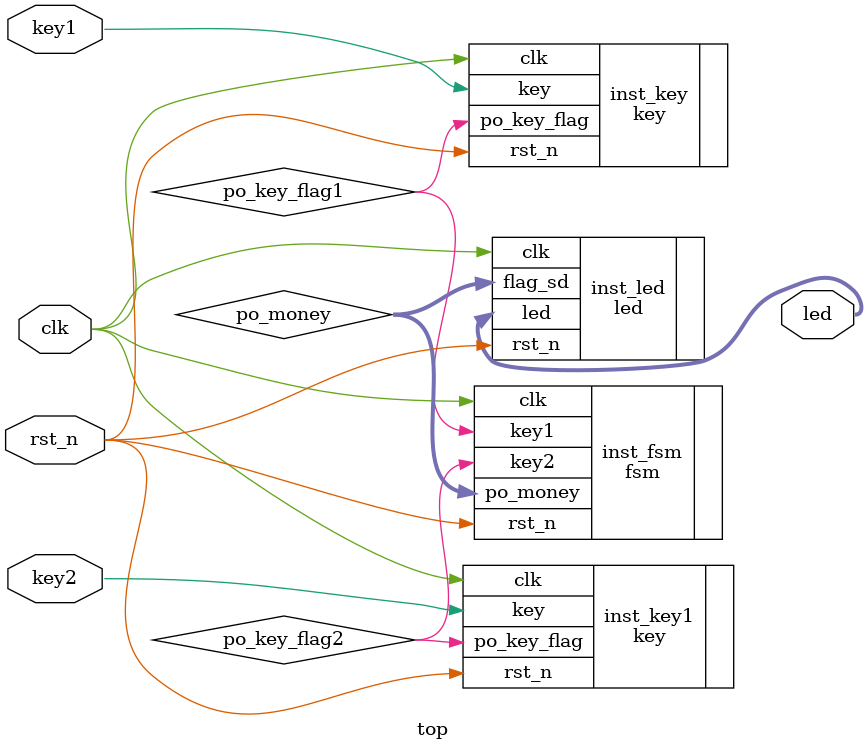
<source format=v>
module top(
input		wire		clk,
input		wire		rst_n,
input		wire		key1,
input		wire		key2,	
output		wire [3:0]	led	

	);

wire   [1:0]po_money;
wire   po_key_flag1;
wire   po_key_flag2;

key  inst_key (
			.clk         (clk),
			.rst_n       (rst_n),
			.key         (key1),
			.po_key_flag (po_key_flag1)
		);

key inst_key1 (
			.clk         (clk),
			.rst_n       (rst_n),
			.key         (key2),
			.po_key_flag (po_key_flag2)
		);


fsm inst_fsm (
			.clk      (clk),
			.rst_n    (rst_n),
			.key1     (po_key_flag1),
			.key2     (po_key_flag2),
			.po_money (po_money)
		);


led  inst_led (
			.clk     (clk),
			.rst_n   (rst_n),
			.flag_sd (po_money),
			.led     (led)
		);


endmodule

</source>
